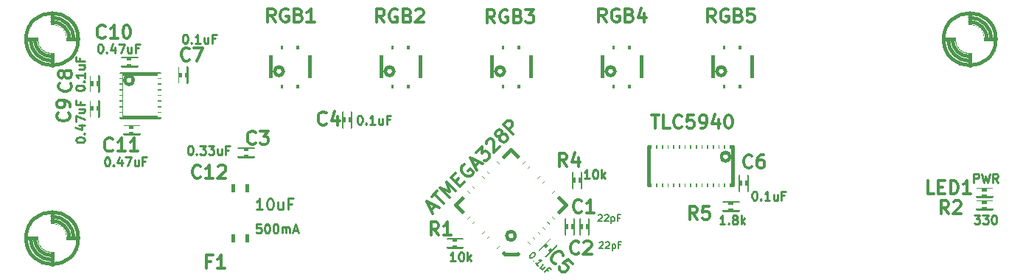
<source format=gto>
G04 (created by PCBNEW (2013-mar-30)-stable) date Fri 10 May 2013 05:37:35 PM CDT*
%MOIN*%
G04 Gerber Fmt 3.4, Leading zero omitted, Abs format*
%FSLAX34Y34*%
G01*
G70*
G90*
G04 APERTURE LIST*
%ADD10C,2.3622e-06*%
%ADD11C,0.015*%
%ADD12C,0.012*%
%ADD13C,0.01*%
%ADD14C,0.0075*%
%ADD15C,0.007*%
%ADD16R,0.0651X0.0238*%
%ADD17R,0.08X0.08*%
%ADD18C,0.08*%
%ADD19C,0.0808661*%
%ADD20R,0.0808661X0.0808661*%
%ADD21R,0.0769X0.1163*%
%ADD22R,0.0612X0.1163*%
%ADD23R,0.0218X0.073*%
%ADD24R,0.269843X0.112362*%
%ADD25C,0.0651181*%
%ADD26C,0.135984*%
%ADD27R,0.0769291X0.0769291*%
%ADD28C,0.0769291*%
%ADD29R,0.0808661X0.0729921*%
%ADD30R,0.0375591X0.0375591*%
%ADD31C,0.12811*%
G04 APERTURE END LIST*
G54D10*
G54D11*
X5425Y8899D02*
G75*
G03X5425Y8899I-197J0D01*
G74*
G01*
X6586Y9194D02*
X4854Y9194D01*
X4854Y9194D02*
X4854Y7226D01*
X4854Y7226D02*
X6586Y7226D01*
X6586Y7226D02*
X6586Y9194D01*
X22696Y1858D02*
G75*
G03X22696Y1858I-196J0D01*
G74*
G01*
X22778Y1022D02*
X22221Y1022D01*
X22221Y1022D02*
X19994Y3250D01*
X19994Y3250D02*
X22500Y5755D01*
X22500Y5755D02*
X25005Y3250D01*
X25005Y3250D02*
X22778Y1022D01*
X12205Y9303D02*
G75*
G03X12205Y9303I-197J0D01*
G74*
G01*
X11614Y8614D02*
X11614Y10386D01*
X11614Y10386D02*
X13386Y10386D01*
X13386Y10386D02*
X13386Y8614D01*
X13386Y8614D02*
X11614Y8614D01*
X17205Y9303D02*
G75*
G03X17205Y9303I-197J0D01*
G74*
G01*
X16614Y8614D02*
X16614Y10386D01*
X16614Y10386D02*
X18386Y10386D01*
X18386Y10386D02*
X18386Y8614D01*
X18386Y8614D02*
X16614Y8614D01*
X22205Y9303D02*
G75*
G03X22205Y9303I-197J0D01*
G74*
G01*
X21614Y8614D02*
X21614Y10386D01*
X21614Y10386D02*
X23386Y10386D01*
X23386Y10386D02*
X23386Y8614D01*
X23386Y8614D02*
X21614Y8614D01*
X27205Y9303D02*
G75*
G03X27205Y9303I-197J0D01*
G74*
G01*
X26614Y8614D02*
X26614Y10386D01*
X26614Y10386D02*
X28386Y10386D01*
X28386Y10386D02*
X28386Y8614D01*
X28386Y8614D02*
X26614Y8614D01*
X32205Y9303D02*
G75*
G03X32205Y9303I-197J0D01*
G74*
G01*
X31614Y8614D02*
X31614Y10386D01*
X31614Y10386D02*
X33386Y10386D01*
X33386Y10386D02*
X33386Y8614D01*
X33386Y8614D02*
X31614Y8614D01*
X32402Y5434D02*
G75*
G03X32402Y5434I-197J0D01*
G74*
G01*
X28721Y5827D02*
X28721Y5906D01*
X28721Y5906D02*
X32539Y5906D01*
X28721Y5827D02*
X28721Y4174D01*
X28721Y4174D02*
X32539Y4174D01*
X32539Y5906D02*
X32539Y4174D01*
X10564Y4629D02*
X10564Y3370D01*
X10564Y3370D02*
X9935Y3370D01*
X9935Y3370D02*
X9935Y4629D01*
X9935Y4629D02*
X10564Y4629D01*
X9935Y1120D02*
X9935Y2379D01*
X9935Y2379D02*
X10564Y2379D01*
X10564Y2379D02*
X10564Y1120D01*
X10564Y1120D02*
X9935Y1120D01*
X25967Y2584D02*
X25967Y1955D01*
X25967Y1955D02*
X25652Y1955D01*
X25652Y1955D02*
X25652Y2584D01*
X25652Y2584D02*
X25967Y2584D01*
X44214Y3654D02*
X43585Y3654D01*
X43585Y3654D02*
X43585Y3969D01*
X43585Y3969D02*
X44214Y3969D01*
X44214Y3969D02*
X44214Y3654D01*
X44214Y3092D02*
X43585Y3092D01*
X43585Y3092D02*
X43585Y3407D01*
X43585Y3407D02*
X44214Y3407D01*
X44214Y3407D02*
X44214Y3092D01*
X15233Y7424D02*
X15233Y6795D01*
X15233Y6795D02*
X14918Y6795D01*
X14918Y6795D02*
X14918Y7424D01*
X14918Y7424D02*
X15233Y7424D01*
X10205Y5787D02*
X10834Y5787D01*
X10834Y5787D02*
X10834Y5472D01*
X10834Y5472D02*
X10205Y5472D01*
X10205Y5472D02*
X10205Y5787D01*
X32852Y3935D02*
X32852Y4564D01*
X32852Y4564D02*
X33167Y4564D01*
X33167Y4564D02*
X33167Y3935D01*
X33167Y3935D02*
X32852Y3935D01*
X32764Y3027D02*
X32135Y3027D01*
X32135Y3027D02*
X32135Y3342D01*
X32135Y3342D02*
X32764Y3342D01*
X32764Y3342D02*
X32764Y3027D01*
X23835Y1208D02*
X24281Y1654D01*
X24281Y1654D02*
X24504Y1431D01*
X24504Y1431D02*
X24058Y985D01*
X24058Y985D02*
X23835Y1208D01*
X3512Y8435D02*
X3512Y9064D01*
X3512Y9064D02*
X3827Y9064D01*
X3827Y9064D02*
X3827Y8435D01*
X3827Y8435D02*
X3512Y8435D01*
X24992Y1955D02*
X24992Y2584D01*
X24992Y2584D02*
X25307Y2584D01*
X25307Y2584D02*
X25307Y1955D01*
X25307Y1955D02*
X24992Y1955D01*
X5015Y6807D02*
X5644Y6807D01*
X5644Y6807D02*
X5644Y6492D01*
X5644Y6492D02*
X5015Y6492D01*
X5015Y6492D02*
X5015Y6807D01*
X20274Y1362D02*
X19645Y1362D01*
X19645Y1362D02*
X19645Y1677D01*
X19645Y1677D02*
X20274Y1677D01*
X20274Y1677D02*
X20274Y1362D01*
X25637Y4694D02*
X25637Y4065D01*
X25637Y4065D02*
X25322Y4065D01*
X25322Y4065D02*
X25322Y4694D01*
X25322Y4694D02*
X25637Y4694D01*
X4915Y9887D02*
X5544Y9887D01*
X5544Y9887D02*
X5544Y9572D01*
X5544Y9572D02*
X4915Y9572D01*
X4915Y9572D02*
X4915Y9887D01*
X3827Y7934D02*
X3827Y7305D01*
X3827Y7305D02*
X3512Y7305D01*
X3512Y7305D02*
X3512Y7934D01*
X3512Y7934D02*
X3827Y7934D01*
X7512Y8815D02*
X7512Y9444D01*
X7512Y9444D02*
X7827Y9444D01*
X7827Y9444D02*
X7827Y8815D01*
X7827Y8815D02*
X7512Y8815D01*
X42265Y10750D02*
G75*
G03X43250Y9765I984J0D01*
G74*
G01*
X42462Y10750D02*
G75*
G03X43250Y9962I787J0D01*
G74*
G01*
X42659Y10750D02*
G75*
G03X43250Y10159I590J0D01*
G74*
G01*
X42856Y10750D02*
G75*
G03X43250Y10356I393J0D01*
G74*
G01*
X43053Y10750D02*
G75*
G03X43250Y10553I196J0D01*
G74*
G01*
X44234Y10750D02*
G75*
G03X43250Y11734I-984J0D01*
G74*
G01*
X44037Y10750D02*
G75*
G03X43250Y11537I-787J0D01*
G74*
G01*
X43840Y10750D02*
G75*
G03X43250Y11340I-590J0D01*
G74*
G01*
X43643Y10750D02*
G75*
G03X43250Y11143I-393J0D01*
G74*
G01*
X43446Y10750D02*
G75*
G03X43250Y10946I-196J0D01*
G74*
G01*
X43250Y10750D02*
X43250Y9568D01*
X43250Y10750D02*
X42068Y10750D01*
X43250Y10750D02*
X44431Y10750D01*
X43250Y10750D02*
X43250Y11931D01*
X44431Y10750D02*
G75*
G03X44431Y10750I-1181J0D01*
G74*
G01*
X765Y10750D02*
G75*
G03X1750Y9765I984J0D01*
G74*
G01*
X962Y10750D02*
G75*
G03X1750Y9962I787J0D01*
G74*
G01*
X1159Y10750D02*
G75*
G03X1750Y10159I590J0D01*
G74*
G01*
X1356Y10750D02*
G75*
G03X1750Y10356I393J0D01*
G74*
G01*
X1553Y10750D02*
G75*
G03X1750Y10553I196J0D01*
G74*
G01*
X2734Y10750D02*
G75*
G03X1750Y11734I-984J0D01*
G74*
G01*
X2537Y10750D02*
G75*
G03X1750Y11537I-787J0D01*
G74*
G01*
X2340Y10750D02*
G75*
G03X1750Y11340I-590J0D01*
G74*
G01*
X2143Y10750D02*
G75*
G03X1750Y11143I-393J0D01*
G74*
G01*
X1946Y10750D02*
G75*
G03X1750Y10946I-196J0D01*
G74*
G01*
X1750Y10750D02*
X1750Y9568D01*
X1750Y10750D02*
X568Y10750D01*
X1750Y10750D02*
X2931Y10750D01*
X1750Y10750D02*
X1750Y11931D01*
X2931Y10750D02*
G75*
G03X2931Y10750I-1181J0D01*
G74*
G01*
X765Y1750D02*
G75*
G03X1750Y765I984J0D01*
G74*
G01*
X962Y1750D02*
G75*
G03X1750Y962I787J0D01*
G74*
G01*
X1159Y1750D02*
G75*
G03X1750Y1159I590J0D01*
G74*
G01*
X1356Y1750D02*
G75*
G03X1750Y1356I393J0D01*
G74*
G01*
X1553Y1750D02*
G75*
G03X1750Y1553I196J0D01*
G74*
G01*
X2734Y1750D02*
G75*
G03X1750Y2734I-984J0D01*
G74*
G01*
X2537Y1750D02*
G75*
G03X1750Y2537I-787J0D01*
G74*
G01*
X2340Y1750D02*
G75*
G03X1750Y2340I-590J0D01*
G74*
G01*
X2143Y1750D02*
G75*
G03X1750Y2143I-393J0D01*
G74*
G01*
X1946Y1750D02*
G75*
G03X1750Y1946I-196J0D01*
G74*
G01*
X1750Y1750D02*
X1750Y568D01*
X1750Y1750D02*
X568Y1750D01*
X1750Y1750D02*
X2931Y1750D01*
X1750Y1750D02*
X1750Y2931D01*
X2931Y1750D02*
G75*
G03X2931Y1750I-1181J0D01*
G74*
G01*
G54D12*
X18892Y3010D02*
X19094Y3212D01*
X18973Y2848D02*
X18690Y3414D01*
X19255Y3131D01*
X18912Y3636D02*
X19154Y3879D01*
X19458Y3333D02*
X19033Y3757D01*
X19720Y3596D02*
X19296Y4020D01*
X19740Y3858D01*
X19579Y4303D01*
X20003Y3879D01*
X19983Y4303D02*
X20124Y4444D01*
X20407Y4283D02*
X20205Y4081D01*
X19781Y4505D01*
X19983Y4707D01*
X20407Y5091D02*
X20346Y5071D01*
X20286Y5010D01*
X20245Y4929D01*
X20245Y4848D01*
X20266Y4788D01*
X20326Y4687D01*
X20387Y4626D01*
X20488Y4565D01*
X20548Y4545D01*
X20629Y4545D01*
X20710Y4586D01*
X20751Y4626D01*
X20791Y4707D01*
X20791Y4747D01*
X20649Y4889D01*
X20569Y4808D01*
X20872Y4990D02*
X21074Y5192D01*
X20953Y4828D02*
X20670Y5394D01*
X21235Y5111D01*
X20912Y5636D02*
X21175Y5899D01*
X21195Y5596D01*
X21256Y5656D01*
X21316Y5677D01*
X21357Y5677D01*
X21417Y5656D01*
X21518Y5555D01*
X21538Y5495D01*
X21538Y5454D01*
X21518Y5394D01*
X21397Y5273D01*
X21336Y5252D01*
X21296Y5252D01*
X21377Y6020D02*
X21377Y6060D01*
X21397Y6121D01*
X21498Y6222D01*
X21559Y6242D01*
X21599Y6242D01*
X21660Y6222D01*
X21700Y6182D01*
X21740Y6101D01*
X21740Y5616D01*
X22003Y5879D01*
X22003Y6364D02*
X21942Y6343D01*
X21902Y6343D01*
X21841Y6364D01*
X21821Y6384D01*
X21801Y6444D01*
X21801Y6485D01*
X21821Y6545D01*
X21902Y6626D01*
X21963Y6646D01*
X22003Y6646D01*
X22064Y6626D01*
X22084Y6606D01*
X22104Y6545D01*
X22104Y6505D01*
X22084Y6444D01*
X22003Y6364D01*
X21983Y6303D01*
X21983Y6262D01*
X22003Y6202D01*
X22084Y6121D01*
X22145Y6101D01*
X22185Y6101D01*
X22246Y6121D01*
X22326Y6202D01*
X22347Y6262D01*
X22347Y6303D01*
X22326Y6364D01*
X22246Y6444D01*
X22185Y6465D01*
X22145Y6465D01*
X22084Y6444D01*
X22589Y6465D02*
X22165Y6889D01*
X22326Y7050D01*
X22387Y7071D01*
X22427Y7071D01*
X22488Y7050D01*
X22549Y6990D01*
X22569Y6929D01*
X22569Y6889D01*
X22549Y6828D01*
X22387Y6667D01*
X11846Y11531D02*
X11646Y11816D01*
X11503Y11531D02*
X11503Y12131D01*
X11731Y12131D01*
X11788Y12102D01*
X11817Y12074D01*
X11846Y12016D01*
X11846Y11931D01*
X11817Y11874D01*
X11788Y11845D01*
X11731Y11816D01*
X11503Y11816D01*
X12417Y12102D02*
X12360Y12131D01*
X12274Y12131D01*
X12188Y12102D01*
X12131Y12045D01*
X12103Y11988D01*
X12074Y11874D01*
X12074Y11788D01*
X12103Y11674D01*
X12131Y11616D01*
X12188Y11559D01*
X12274Y11531D01*
X12331Y11531D01*
X12417Y11559D01*
X12446Y11588D01*
X12446Y11788D01*
X12331Y11788D01*
X12903Y11845D02*
X12988Y11816D01*
X13017Y11788D01*
X13046Y11731D01*
X13046Y11645D01*
X13017Y11588D01*
X12988Y11559D01*
X12931Y11531D01*
X12703Y11531D01*
X12703Y12131D01*
X12903Y12131D01*
X12960Y12102D01*
X12988Y12074D01*
X13017Y12016D01*
X13017Y11959D01*
X12988Y11902D01*
X12960Y11874D01*
X12903Y11845D01*
X12703Y11845D01*
X13617Y11531D02*
X13274Y11531D01*
X13446Y11531D02*
X13446Y12131D01*
X13388Y12045D01*
X13331Y11988D01*
X13274Y11959D01*
X16774Y11509D02*
X16574Y11794D01*
X16431Y11509D02*
X16431Y12109D01*
X16659Y12109D01*
X16716Y12080D01*
X16745Y12052D01*
X16774Y11994D01*
X16774Y11909D01*
X16745Y11852D01*
X16716Y11823D01*
X16659Y11794D01*
X16431Y11794D01*
X17345Y12080D02*
X17288Y12109D01*
X17202Y12109D01*
X17116Y12080D01*
X17059Y12023D01*
X17031Y11966D01*
X17002Y11852D01*
X17002Y11766D01*
X17031Y11652D01*
X17059Y11594D01*
X17116Y11537D01*
X17202Y11509D01*
X17259Y11509D01*
X17345Y11537D01*
X17374Y11566D01*
X17374Y11766D01*
X17259Y11766D01*
X17831Y11823D02*
X17916Y11794D01*
X17945Y11766D01*
X17974Y11709D01*
X17974Y11623D01*
X17945Y11566D01*
X17916Y11537D01*
X17859Y11509D01*
X17631Y11509D01*
X17631Y12109D01*
X17831Y12109D01*
X17888Y12080D01*
X17916Y12052D01*
X17945Y11994D01*
X17945Y11937D01*
X17916Y11880D01*
X17888Y11852D01*
X17831Y11823D01*
X17631Y11823D01*
X18202Y12052D02*
X18231Y12080D01*
X18288Y12109D01*
X18431Y12109D01*
X18488Y12080D01*
X18516Y12052D01*
X18545Y11994D01*
X18545Y11937D01*
X18516Y11852D01*
X18174Y11509D01*
X18545Y11509D01*
X21768Y11487D02*
X21568Y11772D01*
X21425Y11487D02*
X21425Y12087D01*
X21653Y12087D01*
X21710Y12058D01*
X21739Y12030D01*
X21768Y11972D01*
X21768Y11887D01*
X21739Y11830D01*
X21710Y11801D01*
X21653Y11772D01*
X21425Y11772D01*
X22339Y12058D02*
X22282Y12087D01*
X22196Y12087D01*
X22110Y12058D01*
X22053Y12001D01*
X22025Y11944D01*
X21996Y11830D01*
X21996Y11744D01*
X22025Y11630D01*
X22053Y11572D01*
X22110Y11515D01*
X22196Y11487D01*
X22253Y11487D01*
X22339Y11515D01*
X22368Y11544D01*
X22368Y11744D01*
X22253Y11744D01*
X22825Y11801D02*
X22910Y11772D01*
X22939Y11744D01*
X22968Y11687D01*
X22968Y11601D01*
X22939Y11544D01*
X22910Y11515D01*
X22853Y11487D01*
X22625Y11487D01*
X22625Y12087D01*
X22825Y12087D01*
X22882Y12058D01*
X22910Y12030D01*
X22939Y11972D01*
X22939Y11915D01*
X22910Y11858D01*
X22882Y11830D01*
X22825Y11801D01*
X22625Y11801D01*
X23168Y12087D02*
X23539Y12087D01*
X23339Y11858D01*
X23425Y11858D01*
X23482Y11830D01*
X23510Y11801D01*
X23539Y11744D01*
X23539Y11601D01*
X23510Y11544D01*
X23482Y11515D01*
X23425Y11487D01*
X23253Y11487D01*
X23196Y11515D01*
X23168Y11544D01*
X26815Y11537D02*
X26615Y11822D01*
X26472Y11537D02*
X26472Y12137D01*
X26700Y12137D01*
X26757Y12108D01*
X26786Y12080D01*
X26815Y12022D01*
X26815Y11937D01*
X26786Y11880D01*
X26757Y11851D01*
X26700Y11822D01*
X26472Y11822D01*
X27386Y12108D02*
X27329Y12137D01*
X27243Y12137D01*
X27157Y12108D01*
X27100Y12051D01*
X27072Y11994D01*
X27043Y11880D01*
X27043Y11794D01*
X27072Y11680D01*
X27100Y11622D01*
X27157Y11565D01*
X27243Y11537D01*
X27300Y11537D01*
X27386Y11565D01*
X27415Y11594D01*
X27415Y11794D01*
X27300Y11794D01*
X27872Y11851D02*
X27957Y11822D01*
X27986Y11794D01*
X28015Y11737D01*
X28015Y11651D01*
X27986Y11594D01*
X27957Y11565D01*
X27900Y11537D01*
X27672Y11537D01*
X27672Y12137D01*
X27872Y12137D01*
X27929Y12108D01*
X27957Y12080D01*
X27986Y12022D01*
X27986Y11965D01*
X27957Y11908D01*
X27929Y11880D01*
X27872Y11851D01*
X27672Y11851D01*
X28529Y11937D02*
X28529Y11537D01*
X28386Y12165D02*
X28243Y11737D01*
X28615Y11737D01*
X31750Y11522D02*
X31550Y11807D01*
X31407Y11522D02*
X31407Y12122D01*
X31635Y12122D01*
X31692Y12093D01*
X31721Y12065D01*
X31750Y12007D01*
X31750Y11922D01*
X31721Y11865D01*
X31692Y11836D01*
X31635Y11807D01*
X31407Y11807D01*
X32321Y12093D02*
X32264Y12122D01*
X32178Y12122D01*
X32092Y12093D01*
X32035Y12036D01*
X32007Y11979D01*
X31978Y11865D01*
X31978Y11779D01*
X32007Y11665D01*
X32035Y11607D01*
X32092Y11550D01*
X32178Y11522D01*
X32235Y11522D01*
X32321Y11550D01*
X32350Y11579D01*
X32350Y11779D01*
X32235Y11779D01*
X32807Y11836D02*
X32892Y11807D01*
X32921Y11779D01*
X32950Y11722D01*
X32950Y11636D01*
X32921Y11579D01*
X32892Y11550D01*
X32835Y11522D01*
X32607Y11522D01*
X32607Y12122D01*
X32807Y12122D01*
X32864Y12093D01*
X32892Y12065D01*
X32921Y12007D01*
X32921Y11950D01*
X32892Y11893D01*
X32864Y11865D01*
X32807Y11836D01*
X32607Y11836D01*
X33492Y12122D02*
X33207Y12122D01*
X33178Y11836D01*
X33207Y11865D01*
X33264Y11893D01*
X33407Y11893D01*
X33464Y11865D01*
X33492Y11836D01*
X33521Y11779D01*
X33521Y11636D01*
X33492Y11579D01*
X33464Y11550D01*
X33407Y11522D01*
X33264Y11522D01*
X33207Y11550D01*
X33178Y11579D01*
X28852Y7322D02*
X29195Y7322D01*
X29024Y6722D02*
X29024Y7322D01*
X29681Y6722D02*
X29395Y6722D01*
X29395Y7322D01*
X30224Y6779D02*
X30195Y6750D01*
X30110Y6722D01*
X30052Y6722D01*
X29967Y6750D01*
X29910Y6807D01*
X29881Y6865D01*
X29852Y6979D01*
X29852Y7065D01*
X29881Y7179D01*
X29910Y7236D01*
X29967Y7293D01*
X30052Y7322D01*
X30110Y7322D01*
X30195Y7293D01*
X30224Y7265D01*
X30767Y7322D02*
X30481Y7322D01*
X30452Y7036D01*
X30481Y7065D01*
X30538Y7093D01*
X30681Y7093D01*
X30738Y7065D01*
X30767Y7036D01*
X30795Y6979D01*
X30795Y6836D01*
X30767Y6779D01*
X30738Y6750D01*
X30681Y6722D01*
X30538Y6722D01*
X30481Y6750D01*
X30452Y6779D01*
X31081Y6722D02*
X31195Y6722D01*
X31252Y6750D01*
X31281Y6779D01*
X31338Y6865D01*
X31367Y6979D01*
X31367Y7207D01*
X31338Y7265D01*
X31310Y7293D01*
X31252Y7322D01*
X31138Y7322D01*
X31081Y7293D01*
X31052Y7265D01*
X31024Y7207D01*
X31024Y7065D01*
X31052Y7007D01*
X31081Y6979D01*
X31138Y6950D01*
X31252Y6950D01*
X31310Y6979D01*
X31338Y7007D01*
X31367Y7065D01*
X31881Y7122D02*
X31881Y6722D01*
X31738Y7350D02*
X31595Y6922D01*
X31967Y6922D01*
X32310Y7322D02*
X32367Y7322D01*
X32424Y7293D01*
X32452Y7265D01*
X32481Y7207D01*
X32510Y7093D01*
X32510Y6950D01*
X32481Y6836D01*
X32452Y6779D01*
X32424Y6750D01*
X32367Y6722D01*
X32310Y6722D01*
X32252Y6750D01*
X32224Y6779D01*
X32195Y6836D01*
X32167Y6950D01*
X32167Y7093D01*
X32195Y7207D01*
X32224Y7265D01*
X32252Y7293D01*
X32310Y7322D01*
X8464Y4514D02*
X8435Y4485D01*
X8350Y4457D01*
X8292Y4457D01*
X8207Y4485D01*
X8150Y4542D01*
X8121Y4600D01*
X8092Y4714D01*
X8092Y4800D01*
X8121Y4914D01*
X8150Y4971D01*
X8207Y5028D01*
X8292Y5057D01*
X8350Y5057D01*
X8435Y5028D01*
X8464Y5000D01*
X9035Y4457D02*
X8692Y4457D01*
X8864Y4457D02*
X8864Y5057D01*
X8807Y4971D01*
X8750Y4914D01*
X8692Y4885D01*
X9264Y5000D02*
X9292Y5028D01*
X9350Y5057D01*
X9492Y5057D01*
X9550Y5028D01*
X9578Y5000D01*
X9607Y4942D01*
X9607Y4885D01*
X9578Y4800D01*
X9235Y4457D01*
X9607Y4457D01*
G54D13*
X11274Y3042D02*
X10988Y3042D01*
X11131Y3042D02*
X11131Y3542D01*
X11083Y3471D01*
X11036Y3423D01*
X10988Y3399D01*
X11583Y3542D02*
X11631Y3542D01*
X11679Y3518D01*
X11702Y3495D01*
X11726Y3447D01*
X11750Y3352D01*
X11750Y3233D01*
X11726Y3137D01*
X11702Y3090D01*
X11679Y3066D01*
X11631Y3042D01*
X11583Y3042D01*
X11536Y3066D01*
X11512Y3090D01*
X11488Y3137D01*
X11464Y3233D01*
X11464Y3352D01*
X11488Y3447D01*
X11512Y3495D01*
X11536Y3518D01*
X11583Y3542D01*
X12179Y3375D02*
X12179Y3042D01*
X11964Y3375D02*
X11964Y3114D01*
X11988Y3066D01*
X12036Y3042D01*
X12107Y3042D01*
X12155Y3066D01*
X12179Y3090D01*
X12583Y3304D02*
X12417Y3304D01*
X12417Y3042D02*
X12417Y3542D01*
X12655Y3542D01*
G54D12*
X8940Y691D02*
X8740Y691D01*
X8740Y377D02*
X8740Y977D01*
X9025Y977D01*
X9568Y377D02*
X9225Y377D01*
X9397Y377D02*
X9397Y977D01*
X9340Y891D01*
X9282Y834D01*
X9225Y805D01*
G54D13*
X11191Y2388D02*
X11000Y2388D01*
X10981Y2197D01*
X11000Y2216D01*
X11038Y2235D01*
X11134Y2235D01*
X11172Y2216D01*
X11191Y2197D01*
X11210Y2159D01*
X11210Y2064D01*
X11191Y2026D01*
X11172Y2007D01*
X11134Y1988D01*
X11038Y1988D01*
X11000Y2007D01*
X10981Y2026D01*
X11457Y2388D02*
X11495Y2388D01*
X11534Y2369D01*
X11553Y2350D01*
X11572Y2311D01*
X11591Y2235D01*
X11591Y2140D01*
X11572Y2064D01*
X11553Y2026D01*
X11534Y2007D01*
X11495Y1988D01*
X11457Y1988D01*
X11419Y2007D01*
X11400Y2026D01*
X11381Y2064D01*
X11362Y2140D01*
X11362Y2235D01*
X11381Y2311D01*
X11400Y2350D01*
X11419Y2369D01*
X11457Y2388D01*
X11838Y2388D02*
X11876Y2388D01*
X11915Y2369D01*
X11934Y2350D01*
X11953Y2311D01*
X11972Y2235D01*
X11972Y2140D01*
X11953Y2064D01*
X11934Y2026D01*
X11915Y2007D01*
X11876Y1988D01*
X11838Y1988D01*
X11800Y2007D01*
X11781Y2026D01*
X11762Y2064D01*
X11743Y2140D01*
X11743Y2235D01*
X11762Y2311D01*
X11781Y2350D01*
X11800Y2369D01*
X11838Y2388D01*
X12143Y1988D02*
X12143Y2254D01*
X12143Y2216D02*
X12162Y2235D01*
X12200Y2254D01*
X12257Y2254D01*
X12295Y2235D01*
X12315Y2197D01*
X12315Y1988D01*
X12315Y2197D02*
X12334Y2235D01*
X12372Y2254D01*
X12429Y2254D01*
X12467Y2235D01*
X12486Y2197D01*
X12486Y1988D01*
X12657Y2102D02*
X12848Y2102D01*
X12619Y1988D02*
X12753Y2388D01*
X12886Y1988D01*
G54D12*
X25570Y1079D02*
X25541Y1050D01*
X25455Y1022D01*
X25398Y1022D01*
X25312Y1050D01*
X25255Y1107D01*
X25227Y1165D01*
X25198Y1279D01*
X25198Y1365D01*
X25227Y1479D01*
X25255Y1536D01*
X25312Y1593D01*
X25398Y1622D01*
X25455Y1622D01*
X25541Y1593D01*
X25570Y1565D01*
X25798Y1565D02*
X25827Y1593D01*
X25884Y1622D01*
X26027Y1622D01*
X26084Y1593D01*
X26112Y1565D01*
X26141Y1507D01*
X26141Y1450D01*
X26112Y1365D01*
X25770Y1022D01*
X26141Y1022D01*
G54D14*
X26453Y2782D02*
X26467Y2796D01*
X26496Y2810D01*
X26567Y2810D01*
X26596Y2796D01*
X26610Y2782D01*
X26624Y2753D01*
X26624Y2724D01*
X26610Y2682D01*
X26438Y2510D01*
X26624Y2510D01*
X26738Y2782D02*
X26753Y2796D01*
X26781Y2810D01*
X26853Y2810D01*
X26881Y2796D01*
X26896Y2782D01*
X26910Y2753D01*
X26910Y2724D01*
X26896Y2682D01*
X26724Y2510D01*
X26910Y2510D01*
X27038Y2710D02*
X27038Y2410D01*
X27038Y2696D02*
X27067Y2710D01*
X27124Y2710D01*
X27153Y2696D01*
X27167Y2682D01*
X27181Y2653D01*
X27181Y2567D01*
X27167Y2539D01*
X27153Y2524D01*
X27124Y2510D01*
X27067Y2510D01*
X27038Y2524D01*
X27410Y2667D02*
X27310Y2667D01*
X27310Y2510D02*
X27310Y2810D01*
X27453Y2810D01*
G54D12*
X41639Y3754D02*
X41353Y3754D01*
X41353Y4354D01*
X41839Y4068D02*
X42039Y4068D01*
X42125Y3754D02*
X41839Y3754D01*
X41839Y4354D01*
X42125Y4354D01*
X42382Y3754D02*
X42382Y4354D01*
X42525Y4354D01*
X42611Y4325D01*
X42668Y4268D01*
X42696Y4211D01*
X42725Y4097D01*
X42725Y4011D01*
X42696Y3897D01*
X42668Y3839D01*
X42611Y3782D01*
X42525Y3754D01*
X42382Y3754D01*
X43296Y3754D02*
X42953Y3754D01*
X43125Y3754D02*
X43125Y4354D01*
X43068Y4268D01*
X43011Y4211D01*
X42953Y4182D01*
G54D13*
X43436Y4268D02*
X43436Y4668D01*
X43589Y4668D01*
X43627Y4649D01*
X43646Y4630D01*
X43665Y4591D01*
X43665Y4534D01*
X43646Y4496D01*
X43627Y4477D01*
X43589Y4458D01*
X43436Y4458D01*
X43798Y4668D02*
X43893Y4268D01*
X43970Y4553D01*
X44046Y4268D01*
X44141Y4668D01*
X44522Y4268D02*
X44389Y4458D01*
X44293Y4268D02*
X44293Y4668D01*
X44446Y4668D01*
X44484Y4649D01*
X44503Y4630D01*
X44522Y4591D01*
X44522Y4534D01*
X44503Y4496D01*
X44484Y4477D01*
X44446Y4458D01*
X44293Y4458D01*
G54D12*
X42290Y2847D02*
X42090Y3132D01*
X41947Y2847D02*
X41947Y3447D01*
X42175Y3447D01*
X42232Y3418D01*
X42261Y3390D01*
X42290Y3332D01*
X42290Y3247D01*
X42261Y3190D01*
X42232Y3161D01*
X42175Y3132D01*
X41947Y3132D01*
X42518Y3390D02*
X42547Y3418D01*
X42604Y3447D01*
X42747Y3447D01*
X42804Y3418D01*
X42832Y3390D01*
X42861Y3332D01*
X42861Y3275D01*
X42832Y3190D01*
X42490Y2847D01*
X42861Y2847D01*
G54D13*
X43455Y2793D02*
X43703Y2793D01*
X43570Y2640D01*
X43627Y2640D01*
X43665Y2621D01*
X43684Y2602D01*
X43703Y2564D01*
X43703Y2469D01*
X43684Y2431D01*
X43665Y2412D01*
X43627Y2393D01*
X43512Y2393D01*
X43474Y2412D01*
X43455Y2431D01*
X43836Y2793D02*
X44084Y2793D01*
X43950Y2640D01*
X44008Y2640D01*
X44046Y2621D01*
X44065Y2602D01*
X44084Y2564D01*
X44084Y2469D01*
X44065Y2431D01*
X44046Y2412D01*
X44008Y2393D01*
X43893Y2393D01*
X43855Y2412D01*
X43836Y2431D01*
X44331Y2793D02*
X44370Y2793D01*
X44408Y2774D01*
X44427Y2755D01*
X44446Y2716D01*
X44465Y2640D01*
X44465Y2545D01*
X44446Y2469D01*
X44427Y2431D01*
X44408Y2412D01*
X44370Y2393D01*
X44331Y2393D01*
X44293Y2412D01*
X44274Y2431D01*
X44255Y2469D01*
X44236Y2545D01*
X44236Y2640D01*
X44255Y2716D01*
X44274Y2755D01*
X44293Y2774D01*
X44331Y2793D01*
G54D12*
X14149Y6924D02*
X14120Y6895D01*
X14034Y6867D01*
X13977Y6867D01*
X13892Y6895D01*
X13834Y6952D01*
X13806Y7010D01*
X13777Y7124D01*
X13777Y7210D01*
X13806Y7324D01*
X13834Y7381D01*
X13892Y7438D01*
X13977Y7467D01*
X14034Y7467D01*
X14120Y7438D01*
X14149Y7410D01*
X14663Y7267D02*
X14663Y6867D01*
X14520Y7495D02*
X14377Y7067D01*
X14749Y7067D01*
G54D13*
X15642Y7308D02*
X15680Y7308D01*
X15719Y7289D01*
X15738Y7270D01*
X15757Y7231D01*
X15776Y7155D01*
X15776Y7060D01*
X15757Y6984D01*
X15738Y6946D01*
X15719Y6927D01*
X15680Y6908D01*
X15642Y6908D01*
X15604Y6927D01*
X15585Y6946D01*
X15566Y6984D01*
X15547Y7060D01*
X15547Y7155D01*
X15566Y7231D01*
X15585Y7270D01*
X15604Y7289D01*
X15642Y7308D01*
X15947Y6946D02*
X15966Y6927D01*
X15947Y6908D01*
X15928Y6927D01*
X15947Y6946D01*
X15947Y6908D01*
X16347Y6908D02*
X16119Y6908D01*
X16233Y6908D02*
X16233Y7308D01*
X16195Y7250D01*
X16157Y7212D01*
X16119Y7193D01*
X16690Y7174D02*
X16690Y6908D01*
X16519Y7174D02*
X16519Y6965D01*
X16538Y6927D01*
X16576Y6908D01*
X16633Y6908D01*
X16671Y6927D01*
X16690Y6946D01*
X17014Y7117D02*
X16880Y7117D01*
X16880Y6908D02*
X16880Y7308D01*
X17071Y7308D01*
G54D12*
X10950Y6054D02*
X10921Y6025D01*
X10835Y5997D01*
X10778Y5997D01*
X10692Y6025D01*
X10635Y6082D01*
X10607Y6140D01*
X10578Y6254D01*
X10578Y6340D01*
X10607Y6454D01*
X10635Y6511D01*
X10692Y6568D01*
X10778Y6597D01*
X10835Y6597D01*
X10921Y6568D01*
X10950Y6540D01*
X11150Y6597D02*
X11521Y6597D01*
X11321Y6368D01*
X11407Y6368D01*
X11464Y6340D01*
X11492Y6311D01*
X11521Y6254D01*
X11521Y6111D01*
X11492Y6054D01*
X11464Y6025D01*
X11407Y5997D01*
X11235Y5997D01*
X11178Y6025D01*
X11150Y6054D01*
G54D13*
X7982Y5928D02*
X8020Y5928D01*
X8058Y5909D01*
X8077Y5890D01*
X8096Y5851D01*
X8115Y5775D01*
X8115Y5680D01*
X8096Y5604D01*
X8077Y5566D01*
X8058Y5547D01*
X8020Y5528D01*
X7982Y5528D01*
X7944Y5547D01*
X7925Y5566D01*
X7906Y5604D01*
X7887Y5680D01*
X7887Y5775D01*
X7906Y5851D01*
X7925Y5890D01*
X7944Y5909D01*
X7982Y5928D01*
X8287Y5566D02*
X8306Y5547D01*
X8287Y5528D01*
X8268Y5547D01*
X8287Y5566D01*
X8287Y5528D01*
X8439Y5928D02*
X8687Y5928D01*
X8553Y5775D01*
X8610Y5775D01*
X8649Y5756D01*
X8668Y5737D01*
X8687Y5699D01*
X8687Y5604D01*
X8668Y5566D01*
X8649Y5547D01*
X8610Y5528D01*
X8496Y5528D01*
X8458Y5547D01*
X8439Y5566D01*
X8820Y5928D02*
X9068Y5928D01*
X8934Y5775D01*
X8991Y5775D01*
X9030Y5756D01*
X9049Y5737D01*
X9068Y5699D01*
X9068Y5604D01*
X9049Y5566D01*
X9030Y5547D01*
X8991Y5528D01*
X8877Y5528D01*
X8839Y5547D01*
X8820Y5566D01*
X9410Y5794D02*
X9410Y5528D01*
X9239Y5794D02*
X9239Y5585D01*
X9258Y5547D01*
X9296Y5528D01*
X9353Y5528D01*
X9391Y5547D01*
X9410Y5566D01*
X9734Y5737D02*
X9601Y5737D01*
X9601Y5528D02*
X9601Y5928D01*
X9791Y5928D01*
G54D12*
X33400Y4979D02*
X33371Y4950D01*
X33285Y4922D01*
X33228Y4922D01*
X33142Y4950D01*
X33085Y5007D01*
X33057Y5065D01*
X33028Y5179D01*
X33028Y5265D01*
X33057Y5379D01*
X33085Y5436D01*
X33142Y5493D01*
X33228Y5522D01*
X33285Y5522D01*
X33371Y5493D01*
X33400Y5465D01*
X33914Y5522D02*
X33800Y5522D01*
X33742Y5493D01*
X33714Y5465D01*
X33657Y5379D01*
X33628Y5265D01*
X33628Y5036D01*
X33657Y4979D01*
X33685Y4950D01*
X33742Y4922D01*
X33857Y4922D01*
X33914Y4950D01*
X33942Y4979D01*
X33971Y5036D01*
X33971Y5179D01*
X33942Y5236D01*
X33914Y5265D01*
X33857Y5293D01*
X33742Y5293D01*
X33685Y5265D01*
X33657Y5236D01*
X33628Y5179D01*
G54D13*
X33502Y3873D02*
X33540Y3873D01*
X33579Y3854D01*
X33598Y3835D01*
X33617Y3796D01*
X33636Y3720D01*
X33636Y3625D01*
X33617Y3549D01*
X33598Y3511D01*
X33579Y3492D01*
X33540Y3473D01*
X33502Y3473D01*
X33464Y3492D01*
X33445Y3511D01*
X33426Y3549D01*
X33407Y3625D01*
X33407Y3720D01*
X33426Y3796D01*
X33445Y3835D01*
X33464Y3854D01*
X33502Y3873D01*
X33807Y3511D02*
X33826Y3492D01*
X33807Y3473D01*
X33788Y3492D01*
X33807Y3511D01*
X33807Y3473D01*
X34207Y3473D02*
X33979Y3473D01*
X34093Y3473D02*
X34093Y3873D01*
X34055Y3815D01*
X34017Y3777D01*
X33979Y3758D01*
X34550Y3739D02*
X34550Y3473D01*
X34379Y3739D02*
X34379Y3530D01*
X34398Y3492D01*
X34436Y3473D01*
X34493Y3473D01*
X34531Y3492D01*
X34550Y3511D01*
X34874Y3682D02*
X34740Y3682D01*
X34740Y3473D02*
X34740Y3873D01*
X34931Y3873D01*
G54D12*
X30925Y2597D02*
X30725Y2882D01*
X30582Y2597D02*
X30582Y3197D01*
X30810Y3197D01*
X30867Y3168D01*
X30896Y3140D01*
X30925Y3082D01*
X30925Y2997D01*
X30896Y2940D01*
X30867Y2911D01*
X30810Y2882D01*
X30582Y2882D01*
X31467Y3197D02*
X31182Y3197D01*
X31153Y2911D01*
X31182Y2940D01*
X31239Y2968D01*
X31382Y2968D01*
X31439Y2940D01*
X31467Y2911D01*
X31496Y2854D01*
X31496Y2711D01*
X31467Y2654D01*
X31439Y2625D01*
X31382Y2597D01*
X31239Y2597D01*
X31182Y2625D01*
X31153Y2654D01*
G54D13*
X32170Y2379D02*
X31942Y2379D01*
X32056Y2379D02*
X32056Y2779D01*
X32018Y2721D01*
X31980Y2683D01*
X31942Y2664D01*
X32342Y2417D02*
X32361Y2398D01*
X32342Y2379D01*
X32323Y2398D01*
X32342Y2417D01*
X32342Y2379D01*
X32589Y2607D02*
X32551Y2626D01*
X32532Y2645D01*
X32513Y2683D01*
X32513Y2702D01*
X32532Y2741D01*
X32551Y2760D01*
X32589Y2779D01*
X32665Y2779D01*
X32704Y2760D01*
X32723Y2741D01*
X32742Y2702D01*
X32742Y2683D01*
X32723Y2645D01*
X32704Y2626D01*
X32665Y2607D01*
X32589Y2607D01*
X32551Y2588D01*
X32532Y2569D01*
X32513Y2531D01*
X32513Y2455D01*
X32532Y2417D01*
X32551Y2398D01*
X32589Y2379D01*
X32665Y2379D01*
X32704Y2398D01*
X32723Y2417D01*
X32742Y2455D01*
X32742Y2531D01*
X32723Y2569D01*
X32704Y2588D01*
X32665Y2607D01*
X32913Y2379D02*
X32913Y2779D01*
X32951Y2531D02*
X33065Y2379D01*
X33065Y2645D02*
X32913Y2493D01*
G54D12*
X24522Y604D02*
X24482Y604D01*
X24401Y644D01*
X24361Y685D01*
X24320Y766D01*
X24320Y846D01*
X24341Y907D01*
X24401Y1008D01*
X24462Y1069D01*
X24563Y1129D01*
X24623Y1149D01*
X24704Y1149D01*
X24785Y1109D01*
X24826Y1069D01*
X24866Y988D01*
X24866Y947D01*
X25290Y604D02*
X25088Y806D01*
X24866Y624D01*
X24906Y624D01*
X24967Y604D01*
X25068Y503D01*
X25088Y442D01*
X25088Y402D01*
X25068Y341D01*
X24967Y240D01*
X24906Y220D01*
X24866Y220D01*
X24805Y240D01*
X24704Y341D01*
X24684Y402D01*
X24684Y442D01*
G54D15*
X23567Y1084D02*
X23587Y1064D01*
X23598Y1034D01*
X23598Y1014D01*
X23587Y983D01*
X23557Y933D01*
X23507Y882D01*
X23456Y852D01*
X23426Y842D01*
X23406Y842D01*
X23375Y852D01*
X23355Y872D01*
X23345Y902D01*
X23345Y923D01*
X23355Y953D01*
X23385Y1003D01*
X23436Y1054D01*
X23486Y1084D01*
X23517Y1094D01*
X23537Y1094D01*
X23567Y1084D01*
X23537Y731D02*
X23537Y711D01*
X23517Y711D01*
X23517Y731D01*
X23537Y731D01*
X23517Y711D01*
X23729Y498D02*
X23608Y620D01*
X23668Y559D02*
X23880Y771D01*
X23830Y761D01*
X23790Y761D01*
X23759Y771D01*
X24052Y458D02*
X23911Y317D01*
X23961Y549D02*
X23850Y438D01*
X23840Y407D01*
X23850Y377D01*
X23880Y347D01*
X23911Y337D01*
X23931Y337D01*
X24194Y256D02*
X24123Y327D01*
X24012Y216D02*
X24224Y428D01*
X24325Y327D01*
G54D12*
X2575Y8770D02*
X2604Y8741D01*
X2632Y8655D01*
X2632Y8598D01*
X2604Y8512D01*
X2547Y8455D01*
X2490Y8427D01*
X2375Y8398D01*
X2290Y8398D01*
X2175Y8427D01*
X2118Y8455D01*
X2061Y8512D01*
X2032Y8598D01*
X2032Y8655D01*
X2061Y8741D01*
X2090Y8770D01*
X2290Y9112D02*
X2261Y9055D01*
X2232Y9027D01*
X2175Y8998D01*
X2147Y8998D01*
X2090Y9027D01*
X2061Y9055D01*
X2032Y9112D01*
X2032Y9227D01*
X2061Y9284D01*
X2090Y9312D01*
X2147Y9341D01*
X2175Y9341D01*
X2232Y9312D01*
X2261Y9284D01*
X2290Y9227D01*
X2290Y9112D01*
X2318Y9055D01*
X2347Y9027D01*
X2404Y8998D01*
X2518Y8998D01*
X2575Y9027D01*
X2604Y9055D01*
X2632Y9112D01*
X2632Y9227D01*
X2604Y9284D01*
X2575Y9312D01*
X2518Y9341D01*
X2404Y9341D01*
X2347Y9312D01*
X2318Y9284D01*
X2290Y9227D01*
G54D13*
X2811Y8527D02*
X2811Y8565D01*
X2830Y8604D01*
X2850Y8623D01*
X2888Y8642D01*
X2964Y8661D01*
X3059Y8661D01*
X3135Y8642D01*
X3173Y8623D01*
X3192Y8604D01*
X3211Y8565D01*
X3211Y8527D01*
X3192Y8489D01*
X3173Y8470D01*
X3135Y8451D01*
X3059Y8432D01*
X2964Y8432D01*
X2888Y8451D01*
X2850Y8470D01*
X2830Y8489D01*
X2811Y8527D01*
X3173Y8832D02*
X3192Y8851D01*
X3211Y8832D01*
X3192Y8813D01*
X3173Y8832D01*
X3211Y8832D01*
X3211Y9232D02*
X3211Y9004D01*
X3211Y9118D02*
X2811Y9118D01*
X2869Y9080D01*
X2907Y9042D01*
X2926Y9004D01*
X2945Y9575D02*
X3211Y9575D01*
X2945Y9404D02*
X3154Y9404D01*
X3192Y9423D01*
X3211Y9461D01*
X3211Y9518D01*
X3192Y9556D01*
X3173Y9575D01*
X3002Y9899D02*
X3002Y9765D01*
X3211Y9765D02*
X2811Y9765D01*
X2811Y9956D01*
G54D12*
X25690Y2954D02*
X25661Y2925D01*
X25575Y2897D01*
X25518Y2897D01*
X25432Y2925D01*
X25375Y2982D01*
X25347Y3040D01*
X25318Y3154D01*
X25318Y3240D01*
X25347Y3354D01*
X25375Y3411D01*
X25432Y3468D01*
X25518Y3497D01*
X25575Y3497D01*
X25661Y3468D01*
X25690Y3440D01*
X26261Y2897D02*
X25918Y2897D01*
X26090Y2897D02*
X26090Y3497D01*
X26032Y3411D01*
X25975Y3354D01*
X25918Y3325D01*
G54D14*
X26502Y1557D02*
X26516Y1571D01*
X26545Y1585D01*
X26616Y1585D01*
X26645Y1571D01*
X26659Y1557D01*
X26673Y1528D01*
X26673Y1499D01*
X26659Y1457D01*
X26487Y1285D01*
X26673Y1285D01*
X26787Y1557D02*
X26802Y1571D01*
X26830Y1585D01*
X26902Y1585D01*
X26930Y1571D01*
X26945Y1557D01*
X26959Y1528D01*
X26959Y1499D01*
X26945Y1457D01*
X26773Y1285D01*
X26959Y1285D01*
X27087Y1485D02*
X27087Y1185D01*
X27087Y1471D02*
X27116Y1485D01*
X27173Y1485D01*
X27202Y1471D01*
X27216Y1457D01*
X27230Y1428D01*
X27230Y1342D01*
X27216Y1314D01*
X27202Y1299D01*
X27173Y1285D01*
X27116Y1285D01*
X27087Y1299D01*
X27459Y1442D02*
X27359Y1442D01*
X27359Y1285D02*
X27359Y1585D01*
X27502Y1585D01*
G54D12*
X4482Y5736D02*
X4453Y5707D01*
X4368Y5679D01*
X4310Y5679D01*
X4225Y5707D01*
X4168Y5764D01*
X4139Y5822D01*
X4110Y5936D01*
X4110Y6022D01*
X4139Y6136D01*
X4168Y6193D01*
X4225Y6250D01*
X4310Y6279D01*
X4368Y6279D01*
X4453Y6250D01*
X4482Y6222D01*
X5053Y5679D02*
X4710Y5679D01*
X4882Y5679D02*
X4882Y6279D01*
X4825Y6193D01*
X4768Y6136D01*
X4710Y6107D01*
X5625Y5679D02*
X5282Y5679D01*
X5453Y5679D02*
X5453Y6279D01*
X5396Y6193D01*
X5339Y6136D01*
X5282Y6107D01*
G54D13*
X4218Y5412D02*
X4256Y5412D01*
X4294Y5393D01*
X4313Y5374D01*
X4332Y5335D01*
X4351Y5259D01*
X4351Y5164D01*
X4332Y5088D01*
X4313Y5050D01*
X4294Y5031D01*
X4256Y5012D01*
X4218Y5012D01*
X4180Y5031D01*
X4161Y5050D01*
X4142Y5088D01*
X4123Y5164D01*
X4123Y5259D01*
X4142Y5335D01*
X4161Y5374D01*
X4180Y5393D01*
X4218Y5412D01*
X4523Y5050D02*
X4542Y5031D01*
X4523Y5012D01*
X4504Y5031D01*
X4523Y5050D01*
X4523Y5012D01*
X4885Y5278D02*
X4885Y5012D01*
X4789Y5431D02*
X4694Y5145D01*
X4942Y5145D01*
X5056Y5412D02*
X5323Y5412D01*
X5151Y5012D01*
X5646Y5278D02*
X5646Y5012D01*
X5475Y5278D02*
X5475Y5069D01*
X5494Y5031D01*
X5532Y5012D01*
X5589Y5012D01*
X5627Y5031D01*
X5646Y5050D01*
X5970Y5221D02*
X5837Y5221D01*
X5837Y5012D02*
X5837Y5412D01*
X6027Y5412D01*
G54D12*
X19225Y1877D02*
X19025Y2162D01*
X18882Y1877D02*
X18882Y2477D01*
X19110Y2477D01*
X19167Y2448D01*
X19196Y2420D01*
X19225Y2362D01*
X19225Y2277D01*
X19196Y2220D01*
X19167Y2191D01*
X19110Y2162D01*
X18882Y2162D01*
X19796Y1877D02*
X19453Y1877D01*
X19625Y1877D02*
X19625Y2477D01*
X19567Y2391D01*
X19510Y2334D01*
X19453Y2305D01*
G54D13*
X19986Y713D02*
X19758Y713D01*
X19872Y713D02*
X19872Y1113D01*
X19834Y1055D01*
X19796Y1017D01*
X19758Y998D01*
X20234Y1113D02*
X20272Y1113D01*
X20310Y1094D01*
X20329Y1075D01*
X20348Y1036D01*
X20367Y960D01*
X20367Y865D01*
X20348Y789D01*
X20329Y751D01*
X20310Y732D01*
X20272Y713D01*
X20234Y713D01*
X20196Y732D01*
X20177Y751D01*
X20158Y789D01*
X20139Y865D01*
X20139Y960D01*
X20158Y1036D01*
X20177Y1075D01*
X20196Y1094D01*
X20234Y1113D01*
X20539Y713D02*
X20539Y1113D01*
X20577Y865D02*
X20691Y713D01*
X20691Y979D02*
X20539Y827D01*
G54D12*
X25030Y4997D02*
X24830Y5282D01*
X24687Y4997D02*
X24687Y5597D01*
X24915Y5597D01*
X24972Y5568D01*
X25001Y5540D01*
X25030Y5482D01*
X25030Y5397D01*
X25001Y5340D01*
X24972Y5311D01*
X24915Y5282D01*
X24687Y5282D01*
X25544Y5397D02*
X25544Y4997D01*
X25401Y5625D02*
X25258Y5197D01*
X25630Y5197D01*
G54D13*
X26046Y4448D02*
X25818Y4448D01*
X25932Y4448D02*
X25932Y4848D01*
X25894Y4790D01*
X25856Y4752D01*
X25818Y4733D01*
X26294Y4848D02*
X26332Y4848D01*
X26370Y4829D01*
X26389Y4810D01*
X26408Y4771D01*
X26427Y4695D01*
X26427Y4600D01*
X26408Y4524D01*
X26389Y4486D01*
X26370Y4467D01*
X26332Y4448D01*
X26294Y4448D01*
X26256Y4467D01*
X26237Y4486D01*
X26218Y4524D01*
X26199Y4600D01*
X26199Y4695D01*
X26218Y4771D01*
X26237Y4810D01*
X26256Y4829D01*
X26294Y4848D01*
X26599Y4448D02*
X26599Y4848D01*
X26637Y4600D02*
X26751Y4448D01*
X26751Y4714D02*
X26599Y4562D01*
G54D12*
X4149Y10844D02*
X4120Y10815D01*
X4035Y10787D01*
X3977Y10787D01*
X3892Y10815D01*
X3835Y10872D01*
X3806Y10930D01*
X3777Y11044D01*
X3777Y11130D01*
X3806Y11244D01*
X3835Y11301D01*
X3892Y11358D01*
X3977Y11387D01*
X4035Y11387D01*
X4120Y11358D01*
X4149Y11330D01*
X4720Y10787D02*
X4377Y10787D01*
X4549Y10787D02*
X4549Y11387D01*
X4492Y11301D01*
X4435Y11244D01*
X4377Y11215D01*
X5092Y11387D02*
X5149Y11387D01*
X5206Y11358D01*
X5235Y11330D01*
X5263Y11272D01*
X5292Y11158D01*
X5292Y11015D01*
X5263Y10901D01*
X5235Y10844D01*
X5206Y10815D01*
X5149Y10787D01*
X5092Y10787D01*
X5035Y10815D01*
X5006Y10844D01*
X4977Y10901D01*
X4949Y11015D01*
X4949Y11158D01*
X4977Y11272D01*
X5006Y11330D01*
X5035Y11358D01*
X5092Y11387D01*
G54D13*
X3912Y10533D02*
X3950Y10533D01*
X3988Y10514D01*
X4007Y10495D01*
X4026Y10456D01*
X4045Y10380D01*
X4045Y10285D01*
X4026Y10209D01*
X4007Y10171D01*
X3988Y10152D01*
X3950Y10133D01*
X3912Y10133D01*
X3874Y10152D01*
X3855Y10171D01*
X3836Y10209D01*
X3817Y10285D01*
X3817Y10380D01*
X3836Y10456D01*
X3855Y10495D01*
X3874Y10514D01*
X3912Y10533D01*
X4217Y10171D02*
X4236Y10152D01*
X4217Y10133D01*
X4198Y10152D01*
X4217Y10171D01*
X4217Y10133D01*
X4579Y10399D02*
X4579Y10133D01*
X4483Y10552D02*
X4388Y10266D01*
X4636Y10266D01*
X4750Y10533D02*
X5017Y10533D01*
X4845Y10133D01*
X5340Y10399D02*
X5340Y10133D01*
X5169Y10399D02*
X5169Y10190D01*
X5188Y10152D01*
X5226Y10133D01*
X5283Y10133D01*
X5321Y10152D01*
X5340Y10171D01*
X5664Y10342D02*
X5531Y10342D01*
X5531Y10133D02*
X5531Y10533D01*
X5721Y10533D01*
G54D12*
X2500Y7420D02*
X2529Y7391D01*
X2557Y7305D01*
X2557Y7248D01*
X2529Y7162D01*
X2472Y7105D01*
X2415Y7077D01*
X2300Y7048D01*
X2215Y7048D01*
X2100Y7077D01*
X2043Y7105D01*
X1986Y7162D01*
X1957Y7248D01*
X1957Y7305D01*
X1986Y7391D01*
X2015Y7420D01*
X2557Y7705D02*
X2557Y7820D01*
X2529Y7877D01*
X2500Y7905D01*
X2415Y7962D01*
X2300Y7991D01*
X2072Y7991D01*
X2015Y7962D01*
X1986Y7934D01*
X1957Y7877D01*
X1957Y7762D01*
X1986Y7705D01*
X2015Y7677D01*
X2072Y7648D01*
X2215Y7648D01*
X2272Y7677D01*
X2300Y7705D01*
X2329Y7762D01*
X2329Y7877D01*
X2300Y7934D01*
X2272Y7962D01*
X2215Y7991D01*
G54D13*
X2826Y6177D02*
X2826Y6215D01*
X2845Y6253D01*
X2865Y6272D01*
X2903Y6291D01*
X2979Y6310D01*
X3074Y6310D01*
X3150Y6291D01*
X3188Y6272D01*
X3207Y6253D01*
X3226Y6215D01*
X3226Y6177D01*
X3207Y6139D01*
X3188Y6120D01*
X3150Y6101D01*
X3074Y6082D01*
X2979Y6082D01*
X2903Y6101D01*
X2865Y6120D01*
X2845Y6139D01*
X2826Y6177D01*
X3188Y6482D02*
X3207Y6501D01*
X3226Y6482D01*
X3207Y6463D01*
X3188Y6482D01*
X3226Y6482D01*
X2960Y6844D02*
X3226Y6844D01*
X2807Y6748D02*
X3093Y6653D01*
X3093Y6901D01*
X2826Y7015D02*
X2826Y7282D01*
X3226Y7110D01*
X2960Y7605D02*
X3226Y7605D01*
X2960Y7434D02*
X3169Y7434D01*
X3207Y7453D01*
X3226Y7491D01*
X3226Y7548D01*
X3207Y7586D01*
X3188Y7605D01*
X3017Y7929D02*
X3017Y7796D01*
X3226Y7796D02*
X2826Y7796D01*
X2826Y7986D01*
G54D12*
X7960Y9824D02*
X7931Y9795D01*
X7845Y9767D01*
X7788Y9767D01*
X7702Y9795D01*
X7645Y9852D01*
X7617Y9910D01*
X7588Y10024D01*
X7588Y10110D01*
X7617Y10224D01*
X7645Y10281D01*
X7702Y10338D01*
X7788Y10367D01*
X7845Y10367D01*
X7931Y10338D01*
X7960Y10310D01*
X8160Y10367D02*
X8560Y10367D01*
X8302Y9767D01*
G54D13*
X7747Y10968D02*
X7785Y10968D01*
X7824Y10949D01*
X7843Y10930D01*
X7862Y10891D01*
X7881Y10815D01*
X7881Y10720D01*
X7862Y10644D01*
X7843Y10606D01*
X7824Y10587D01*
X7785Y10568D01*
X7747Y10568D01*
X7709Y10587D01*
X7690Y10606D01*
X7671Y10644D01*
X7652Y10720D01*
X7652Y10815D01*
X7671Y10891D01*
X7690Y10930D01*
X7709Y10949D01*
X7747Y10968D01*
X8052Y10606D02*
X8071Y10587D01*
X8052Y10568D01*
X8033Y10587D01*
X8052Y10606D01*
X8052Y10568D01*
X8452Y10568D02*
X8224Y10568D01*
X8338Y10568D02*
X8338Y10968D01*
X8300Y10910D01*
X8262Y10872D01*
X8224Y10853D01*
X8795Y10834D02*
X8795Y10568D01*
X8624Y10834D02*
X8624Y10625D01*
X8643Y10587D01*
X8681Y10568D01*
X8738Y10568D01*
X8776Y10587D01*
X8795Y10606D01*
X9119Y10777D02*
X8985Y10777D01*
X8985Y10568D02*
X8985Y10968D01*
X9176Y10968D01*
%LPC*%
G54D16*
X6852Y7314D03*
X6852Y7570D03*
X6852Y7826D03*
X6852Y8082D03*
X6852Y8338D03*
X6852Y8594D03*
X6852Y8850D03*
X6852Y9106D03*
X4588Y9106D03*
X4588Y8850D03*
X4588Y8594D03*
X4588Y8338D03*
X4588Y8082D03*
X4588Y7826D03*
X4588Y7570D03*
X4588Y7314D03*
G54D10*
G36*
X23239Y1161D02*
X23029Y951D01*
X22541Y1440D01*
X22751Y1650D01*
X23239Y1161D01*
X23239Y1161D01*
G37*
G36*
X23462Y1384D02*
X23252Y1174D01*
X22763Y1663D01*
X22973Y1873D01*
X23462Y1384D01*
X23462Y1384D01*
G37*
G36*
X23685Y1607D02*
X23475Y1397D01*
X22986Y1885D01*
X23196Y2096D01*
X23685Y1607D01*
X23685Y1607D01*
G37*
G36*
X23907Y1830D02*
X23697Y1620D01*
X23209Y2108D01*
X23419Y2318D01*
X23907Y1830D01*
X23907Y1830D01*
G37*
G36*
X24129Y2052D02*
X23919Y1842D01*
X23431Y2330D01*
X23641Y2540D01*
X24129Y2052D01*
X24129Y2052D01*
G37*
G36*
X24352Y2274D02*
X24142Y2064D01*
X23653Y2553D01*
X23864Y2763D01*
X24352Y2274D01*
X24352Y2274D01*
G37*
G36*
X24575Y2497D02*
X24365Y2287D01*
X23876Y2776D01*
X24086Y2986D01*
X24575Y2497D01*
X24575Y2497D01*
G37*
G36*
X24798Y2720D02*
X24588Y2510D01*
X24099Y2998D01*
X24309Y3208D01*
X24798Y2720D01*
X24798Y2720D01*
G37*
G36*
X24588Y3989D02*
X24798Y3779D01*
X24309Y3291D01*
X24099Y3501D01*
X24588Y3989D01*
X24588Y3989D01*
G37*
G36*
X24365Y4212D02*
X24575Y4002D01*
X24086Y3513D01*
X23876Y3723D01*
X24365Y4212D01*
X24365Y4212D01*
G37*
G36*
X24142Y4435D02*
X24352Y4225D01*
X23864Y3736D01*
X23653Y3946D01*
X24142Y4435D01*
X24142Y4435D01*
G37*
G36*
X23919Y4657D02*
X24129Y4447D01*
X23641Y3959D01*
X23431Y4169D01*
X23919Y4657D01*
X23919Y4657D01*
G37*
G36*
X23697Y4879D02*
X23907Y4669D01*
X23419Y4181D01*
X23209Y4391D01*
X23697Y4879D01*
X23697Y4879D01*
G37*
G36*
X23475Y5102D02*
X23685Y4892D01*
X23196Y4403D01*
X22986Y4614D01*
X23475Y5102D01*
X23475Y5102D01*
G37*
G36*
X23252Y5325D02*
X23462Y5115D01*
X22973Y4626D01*
X22763Y4836D01*
X23252Y5325D01*
X23252Y5325D01*
G37*
G36*
X23029Y5548D02*
X23239Y5338D01*
X22751Y4849D01*
X22541Y5059D01*
X23029Y5548D01*
X23029Y5548D01*
G37*
G36*
X21760Y5338D02*
X21970Y5548D01*
X22458Y5059D01*
X22248Y4849D01*
X21760Y5338D01*
X21760Y5338D01*
G37*
G36*
X21537Y5115D02*
X21747Y5325D01*
X22236Y4836D01*
X22026Y4626D01*
X21537Y5115D01*
X21537Y5115D01*
G37*
G36*
X21314Y4892D02*
X21524Y5102D01*
X22013Y4614D01*
X21803Y4403D01*
X21314Y4892D01*
X21314Y4892D01*
G37*
G36*
X21092Y4669D02*
X21302Y4879D01*
X21790Y4391D01*
X21580Y4181D01*
X21092Y4669D01*
X21092Y4669D01*
G37*
G36*
X20870Y4447D02*
X21080Y4657D01*
X21568Y4169D01*
X21358Y3959D01*
X20870Y4447D01*
X20870Y4447D01*
G37*
G36*
X20647Y4225D02*
X20857Y4435D01*
X21346Y3946D01*
X21135Y3736D01*
X20647Y4225D01*
X20647Y4225D01*
G37*
G36*
X20424Y4002D02*
X20634Y4212D01*
X21123Y3723D01*
X20913Y3513D01*
X20424Y4002D01*
X20424Y4002D01*
G37*
G36*
X20201Y3779D02*
X20411Y3989D01*
X20900Y3501D01*
X20690Y3291D01*
X20201Y3779D01*
X20201Y3779D01*
G37*
G36*
X20411Y2510D02*
X20201Y2720D01*
X20690Y3208D01*
X20900Y2998D01*
X20411Y2510D01*
X20411Y2510D01*
G37*
G36*
X20634Y2287D02*
X20424Y2497D01*
X20913Y2986D01*
X21123Y2776D01*
X20634Y2287D01*
X20634Y2287D01*
G37*
G36*
X20857Y2064D02*
X20647Y2274D01*
X21135Y2763D01*
X21346Y2553D01*
X20857Y2064D01*
X20857Y2064D01*
G37*
G36*
X21080Y1842D02*
X20870Y2052D01*
X21358Y2540D01*
X21568Y2330D01*
X21080Y1842D01*
X21080Y1842D01*
G37*
G36*
X21302Y1620D02*
X21092Y1830D01*
X21580Y2318D01*
X21790Y2108D01*
X21302Y1620D01*
X21302Y1620D01*
G37*
G36*
X21524Y1397D02*
X21314Y1607D01*
X21803Y2096D01*
X22013Y1885D01*
X21524Y1397D01*
X21524Y1397D01*
G37*
G36*
X21747Y1174D02*
X21537Y1384D01*
X22026Y1873D01*
X22236Y1663D01*
X21747Y1174D01*
X21747Y1174D01*
G37*
G36*
X21970Y951D02*
X21760Y1161D01*
X22248Y1650D01*
X22458Y1440D01*
X21970Y951D01*
X21970Y951D01*
G37*
G54D17*
X8750Y3750D03*
G54D18*
X8750Y2750D03*
X8750Y1750D03*
G54D19*
X34470Y4385D03*
X37029Y4385D03*
X34470Y2614D03*
X37029Y2614D03*
G54D20*
X20180Y5790D03*
G54D19*
X19180Y5790D03*
X18180Y5790D03*
X17180Y5790D03*
X16180Y5790D03*
X15180Y5790D03*
X14180Y5790D03*
X13180Y5790D03*
X12180Y5790D03*
G54D20*
X29250Y1250D03*
G54D19*
X30250Y1250D03*
X31250Y1250D03*
X32250Y1250D03*
X33250Y1250D03*
X34250Y1250D03*
X35250Y1250D03*
X36250Y1250D03*
X37250Y1250D03*
X38250Y1250D03*
X39250Y1250D03*
X40250Y1250D03*
G54D21*
X11722Y8417D03*
G54D22*
X12500Y8417D03*
G54D21*
X13278Y8417D03*
X13278Y10583D03*
G54D22*
X12500Y10583D03*
G54D21*
X11722Y10583D03*
X16722Y8417D03*
G54D22*
X17500Y8417D03*
G54D21*
X18278Y8417D03*
X18278Y10583D03*
G54D22*
X17500Y10583D03*
G54D21*
X16722Y10583D03*
X21722Y8417D03*
G54D22*
X22500Y8417D03*
G54D21*
X23278Y8417D03*
X23278Y10583D03*
G54D22*
X22500Y10583D03*
G54D21*
X21722Y10583D03*
X26722Y8417D03*
G54D22*
X27500Y8417D03*
G54D21*
X28278Y8417D03*
X28278Y10583D03*
G54D22*
X27500Y10583D03*
G54D21*
X26722Y10583D03*
X31722Y8417D03*
G54D22*
X32500Y8417D03*
G54D21*
X33278Y8417D03*
X33278Y10583D03*
G54D22*
X32500Y10583D03*
G54D21*
X31722Y10583D03*
G54D23*
X30758Y3938D03*
X31014Y3938D03*
X31270Y3938D03*
X31526Y3938D03*
X31782Y3938D03*
X32037Y3938D03*
X32293Y3938D03*
X30502Y3938D03*
X30246Y3938D03*
X29990Y3938D03*
X29734Y3938D03*
X29478Y3938D03*
X29223Y3938D03*
X28967Y3938D03*
X28967Y6142D03*
X29223Y6142D03*
X29478Y6142D03*
X29734Y6142D03*
X29990Y6142D03*
X30246Y6142D03*
X30502Y6142D03*
X32293Y6142D03*
X32037Y6142D03*
X31782Y6142D03*
X31526Y6142D03*
X31270Y6142D03*
X31014Y6142D03*
X30758Y6142D03*
G54D24*
X30630Y5040D03*
G54D25*
X26500Y3960D03*
X26500Y2039D03*
G54D20*
X11750Y4250D03*
G54D19*
X12750Y4250D03*
X14750Y4250D03*
X15750Y4250D03*
X16750Y4250D03*
X17750Y4250D03*
X18750Y4250D03*
X18750Y1250D03*
X17750Y1250D03*
X16750Y1250D03*
X15750Y1250D03*
X14750Y1250D03*
X13750Y1250D03*
X12750Y1250D03*
X11750Y1250D03*
X13750Y4250D03*
X35750Y10000D03*
X34750Y9500D03*
X35750Y9000D03*
X34750Y8500D03*
X35750Y8000D03*
X34750Y7500D03*
X35750Y7000D03*
X34750Y6500D03*
G54D26*
X38250Y10500D03*
X38250Y6000D03*
G54D19*
X9250Y6500D03*
X10250Y7000D03*
X9250Y7500D03*
X10250Y8000D03*
X9250Y8500D03*
X10250Y9000D03*
X9250Y9500D03*
X10250Y10000D03*
G54D26*
X6750Y6000D03*
X6750Y10500D03*
G54D27*
X38750Y4000D03*
G54D28*
X38750Y3000D03*
X39750Y4000D03*
X39750Y3000D03*
X40750Y4000D03*
X40750Y3000D03*
G54D29*
X10250Y4551D03*
X10250Y3448D03*
X10250Y1198D03*
X10250Y2301D03*
G54D30*
X25810Y2545D03*
X25810Y1994D03*
X44175Y3812D03*
X43624Y3812D03*
X44175Y3250D03*
X43624Y3250D03*
X15076Y7385D03*
X15076Y6834D03*
X10244Y5630D03*
X10795Y5630D03*
X33010Y3974D03*
X33010Y4525D03*
X32725Y3185D03*
X32174Y3185D03*
G54D10*
G36*
X23975Y859D02*
X23709Y1125D01*
X23975Y1390D01*
X24240Y1125D01*
X23975Y859D01*
X23975Y859D01*
G37*
G36*
X24364Y1249D02*
X24099Y1514D01*
X24364Y1780D01*
X24630Y1514D01*
X24364Y1249D01*
X24364Y1249D01*
G37*
G54D30*
X3670Y8474D03*
X3670Y9025D03*
X25150Y1994D03*
X25150Y2545D03*
X5054Y6650D03*
X5605Y6650D03*
X20235Y1520D03*
X19684Y1520D03*
X25480Y4655D03*
X25480Y4104D03*
X4954Y9730D03*
X5505Y9730D03*
X3670Y7895D03*
X3670Y7344D03*
X7670Y8854D03*
X7670Y9405D03*
G54D31*
X43250Y10750D03*
X1750Y10750D03*
X1750Y1750D03*
M02*

</source>
